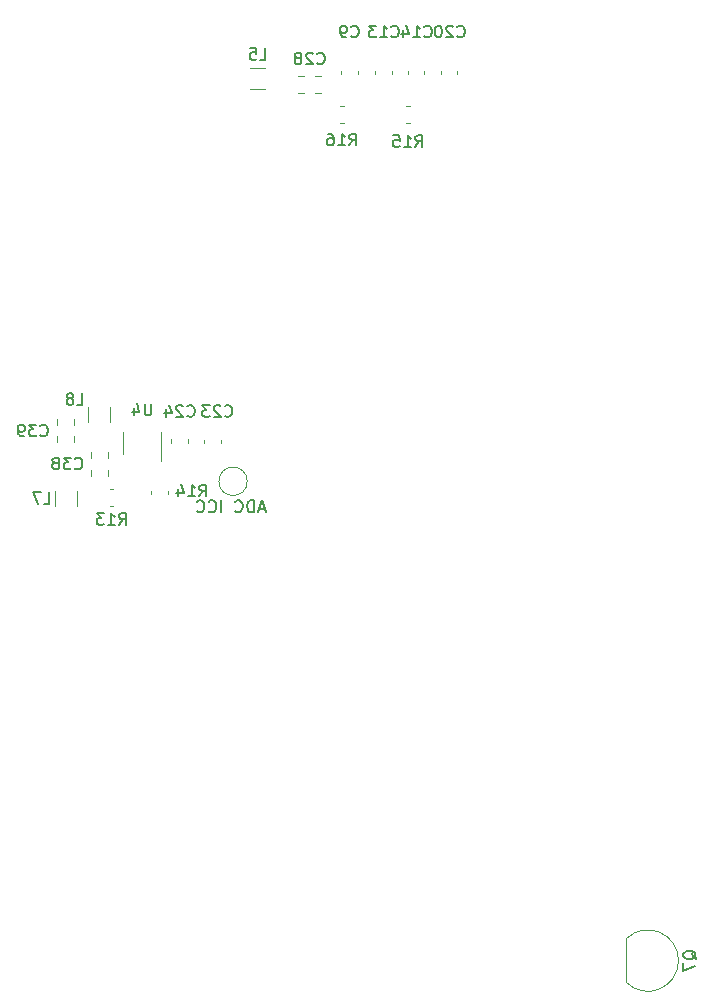
<source format=gbr>
G04 #@! TF.GenerationSoftware,KiCad,Pcbnew,(5.0.0-rc2-dev-378-g94dbcc719)*
G04 #@! TF.CreationDate,2018-04-09T20:17:52+02:00*
G04 #@! TF.ProjectId,sekvencer_v0.01,73656B76656E6365725F76302E30312E,rev?*
G04 #@! TF.SameCoordinates,Original*
G04 #@! TF.FileFunction,Legend,Bot*
G04 #@! TF.FilePolarity,Positive*
%FSLAX46Y46*%
G04 Gerber Fmt 4.6, Leading zero omitted, Abs format (unit mm)*
G04 Created by KiCad (PCBNEW (5.0.0-rc2-dev-378-g94dbcc719)) date 04/09/18 20:17:52*
%MOMM*%
%LPD*%
G01*
G04 APERTURE LIST*
%ADD10C,0.150000*%
%ADD11C,0.120000*%
G04 APERTURE END LIST*
D10*
X173291142Y-92305666D02*
X172814952Y-92305666D01*
X173386380Y-92591380D02*
X173053047Y-91591380D01*
X172719714Y-92591380D01*
X172386380Y-92591380D02*
X172386380Y-91591380D01*
X172148285Y-91591380D01*
X172005428Y-91639000D01*
X171910190Y-91734238D01*
X171862571Y-91829476D01*
X171814952Y-92019952D01*
X171814952Y-92162809D01*
X171862571Y-92353285D01*
X171910190Y-92448523D01*
X172005428Y-92543761D01*
X172148285Y-92591380D01*
X172386380Y-92591380D01*
X170814952Y-92496142D02*
X170862571Y-92543761D01*
X171005428Y-92591380D01*
X171100666Y-92591380D01*
X171243523Y-92543761D01*
X171338761Y-92448523D01*
X171386380Y-92353285D01*
X171434000Y-92162809D01*
X171434000Y-92019952D01*
X171386380Y-91829476D01*
X171338761Y-91734238D01*
X171243523Y-91639000D01*
X171100666Y-91591380D01*
X171005428Y-91591380D01*
X170862571Y-91639000D01*
X170814952Y-91686619D01*
X169624476Y-92591380D02*
X169624476Y-91591380D01*
X168576857Y-92496142D02*
X168624476Y-92543761D01*
X168767333Y-92591380D01*
X168862571Y-92591380D01*
X169005428Y-92543761D01*
X169100666Y-92448523D01*
X169148285Y-92353285D01*
X169195904Y-92162809D01*
X169195904Y-92019952D01*
X169148285Y-91829476D01*
X169100666Y-91734238D01*
X169005428Y-91639000D01*
X168862571Y-91591380D01*
X168767333Y-91591380D01*
X168624476Y-91639000D01*
X168576857Y-91686619D01*
X167576857Y-92496142D02*
X167624476Y-92543761D01*
X167767333Y-92591380D01*
X167862571Y-92591380D01*
X168005428Y-92543761D01*
X168100666Y-92448523D01*
X168148285Y-92353285D01*
X168195904Y-92162809D01*
X168195904Y-92019952D01*
X168148285Y-91829476D01*
X168100666Y-91734238D01*
X168005428Y-91639000D01*
X167862571Y-91591380D01*
X167767333Y-91591380D01*
X167624476Y-91639000D01*
X167576857Y-91686619D01*
D11*
X171824500Y-89979500D02*
G75*
G03X171824500Y-89979500I-1200000J0D01*
G01*
X158348000Y-83678000D02*
X158348000Y-84978000D01*
X160168000Y-83678000D02*
X160168000Y-84978000D01*
X158612840Y-89514680D02*
X158614040Y-89004900D01*
X160031500Y-89519000D02*
X160032700Y-89009220D01*
X160032700Y-87530940D02*
X160031500Y-88040720D01*
X158615380Y-87523320D02*
X158614180Y-88033100D01*
X157172660Y-84672320D02*
X157171460Y-85182100D01*
X155754000Y-84668000D02*
X155752800Y-85177780D01*
X155752800Y-86656060D02*
X155754000Y-86146280D01*
X157170120Y-86663680D02*
X157171320Y-86153900D01*
X176112320Y-55679340D02*
X176622100Y-55680540D01*
X176108000Y-57098000D02*
X176617780Y-57099200D01*
X178096060Y-57099200D02*
X177586280Y-57098000D01*
X178103680Y-55681880D02*
X177593900Y-55680680D01*
X165111500Y-91082000D02*
X165111500Y-90782000D01*
X163691500Y-91082000D02*
X163691500Y-90782000D01*
X164518420Y-85836044D02*
X164518420Y-88286044D01*
X161298420Y-87636044D02*
X161298420Y-85836044D01*
X157374000Y-92090000D02*
X157374000Y-90790000D01*
X155554000Y-92090000D02*
X155554000Y-90790000D01*
X203890000Y-132356000D02*
X203890000Y-128756000D01*
X203901522Y-132394478D02*
G75*
G03X208340000Y-130556000I1838478J1838478D01*
G01*
X203901522Y-128717522D02*
G75*
G02X208340000Y-130556000I1838478J-1838478D01*
G01*
X181189700Y-55522000D02*
X181189700Y-55222000D01*
X179769700Y-55522000D02*
X179769700Y-55222000D01*
X173370000Y-54970000D02*
X172070000Y-54970000D01*
X173370000Y-56790000D02*
X172070000Y-56790000D01*
X184098000Y-55522000D02*
X184098000Y-55222000D01*
X182678000Y-55522000D02*
X182678000Y-55222000D01*
X185408500Y-55522000D02*
X185408500Y-55222000D01*
X186828500Y-55522000D02*
X186828500Y-55222000D01*
X189622500Y-55522000D02*
X189622500Y-55222000D01*
X188202500Y-55522000D02*
X188202500Y-55222000D01*
X169620000Y-86464000D02*
X169620000Y-86764000D01*
X168200000Y-86464000D02*
X168200000Y-86764000D01*
X166826000Y-86393494D02*
X166826000Y-86693494D01*
X165406000Y-86393494D02*
X165406000Y-86693494D01*
X160187500Y-92086500D02*
X160487500Y-92086500D01*
X160187500Y-90666500D02*
X160487500Y-90666500D01*
X185570000Y-59638000D02*
X185270000Y-59638000D01*
X185570000Y-58218000D02*
X185270000Y-58218000D01*
X179982000Y-58218000D02*
X179682000Y-58218000D01*
X179982000Y-59638000D02*
X179682000Y-59638000D01*
D10*
X157392666Y-83510380D02*
X157868857Y-83510380D01*
X157868857Y-82510380D01*
X156916476Y-82938952D02*
X157011714Y-82891333D01*
X157059333Y-82843714D01*
X157106952Y-82748476D01*
X157106952Y-82700857D01*
X157059333Y-82605619D01*
X157011714Y-82558000D01*
X156916476Y-82510380D01*
X156726000Y-82510380D01*
X156630761Y-82558000D01*
X156583142Y-82605619D01*
X156535523Y-82700857D01*
X156535523Y-82748476D01*
X156583142Y-82843714D01*
X156630761Y-82891333D01*
X156726000Y-82938952D01*
X156916476Y-82938952D01*
X157011714Y-82986571D01*
X157059333Y-83034190D01*
X157106952Y-83129428D01*
X157106952Y-83319904D01*
X157059333Y-83415142D01*
X157011714Y-83462761D01*
X156916476Y-83510380D01*
X156726000Y-83510380D01*
X156630761Y-83462761D01*
X156583142Y-83415142D01*
X156535523Y-83319904D01*
X156535523Y-83129428D01*
X156583142Y-83034190D01*
X156630761Y-82986571D01*
X156726000Y-82938952D01*
X157233857Y-88876142D02*
X157281476Y-88923761D01*
X157424333Y-88971380D01*
X157519571Y-88971380D01*
X157662428Y-88923761D01*
X157757666Y-88828523D01*
X157805285Y-88733285D01*
X157852904Y-88542809D01*
X157852904Y-88399952D01*
X157805285Y-88209476D01*
X157757666Y-88114238D01*
X157662428Y-88019000D01*
X157519571Y-87971380D01*
X157424333Y-87971380D01*
X157281476Y-88019000D01*
X157233857Y-88066619D01*
X156900523Y-87971380D02*
X156281476Y-87971380D01*
X156614809Y-88352333D01*
X156471952Y-88352333D01*
X156376714Y-88399952D01*
X156329095Y-88447571D01*
X156281476Y-88542809D01*
X156281476Y-88780904D01*
X156329095Y-88876142D01*
X156376714Y-88923761D01*
X156471952Y-88971380D01*
X156757666Y-88971380D01*
X156852904Y-88923761D01*
X156900523Y-88876142D01*
X155710047Y-88399952D02*
X155805285Y-88352333D01*
X155852904Y-88304714D01*
X155900523Y-88209476D01*
X155900523Y-88161857D01*
X155852904Y-88066619D01*
X155805285Y-88019000D01*
X155710047Y-87971380D01*
X155519571Y-87971380D01*
X155424333Y-88019000D01*
X155376714Y-88066619D01*
X155329095Y-88161857D01*
X155329095Y-88209476D01*
X155376714Y-88304714D01*
X155424333Y-88352333D01*
X155519571Y-88399952D01*
X155710047Y-88399952D01*
X155805285Y-88447571D01*
X155852904Y-88495190D01*
X155900523Y-88590428D01*
X155900523Y-88780904D01*
X155852904Y-88876142D01*
X155805285Y-88923761D01*
X155710047Y-88971380D01*
X155519571Y-88971380D01*
X155424333Y-88923761D01*
X155376714Y-88876142D01*
X155329095Y-88780904D01*
X155329095Y-88590428D01*
X155376714Y-88495190D01*
X155424333Y-88447571D01*
X155519571Y-88399952D01*
X154312857Y-86082142D02*
X154360476Y-86129761D01*
X154503333Y-86177380D01*
X154598571Y-86177380D01*
X154741428Y-86129761D01*
X154836666Y-86034523D01*
X154884285Y-85939285D01*
X154931904Y-85748809D01*
X154931904Y-85605952D01*
X154884285Y-85415476D01*
X154836666Y-85320238D01*
X154741428Y-85225000D01*
X154598571Y-85177380D01*
X154503333Y-85177380D01*
X154360476Y-85225000D01*
X154312857Y-85272619D01*
X153979523Y-85177380D02*
X153360476Y-85177380D01*
X153693809Y-85558333D01*
X153550952Y-85558333D01*
X153455714Y-85605952D01*
X153408095Y-85653571D01*
X153360476Y-85748809D01*
X153360476Y-85986904D01*
X153408095Y-86082142D01*
X153455714Y-86129761D01*
X153550952Y-86177380D01*
X153836666Y-86177380D01*
X153931904Y-86129761D01*
X153979523Y-86082142D01*
X152884285Y-86177380D02*
X152693809Y-86177380D01*
X152598571Y-86129761D01*
X152550952Y-86082142D01*
X152455714Y-85939285D01*
X152408095Y-85748809D01*
X152408095Y-85367857D01*
X152455714Y-85272619D01*
X152503333Y-85225000D01*
X152598571Y-85177380D01*
X152789047Y-85177380D01*
X152884285Y-85225000D01*
X152931904Y-85272619D01*
X152979523Y-85367857D01*
X152979523Y-85605952D01*
X152931904Y-85701190D01*
X152884285Y-85748809D01*
X152789047Y-85796428D01*
X152598571Y-85796428D01*
X152503333Y-85748809D01*
X152455714Y-85701190D01*
X152408095Y-85605952D01*
X177750857Y-54586142D02*
X177798476Y-54633761D01*
X177941333Y-54681380D01*
X178036571Y-54681380D01*
X178179428Y-54633761D01*
X178274666Y-54538523D01*
X178322285Y-54443285D01*
X178369904Y-54252809D01*
X178369904Y-54109952D01*
X178322285Y-53919476D01*
X178274666Y-53824238D01*
X178179428Y-53729000D01*
X178036571Y-53681380D01*
X177941333Y-53681380D01*
X177798476Y-53729000D01*
X177750857Y-53776619D01*
X177369904Y-53776619D02*
X177322285Y-53729000D01*
X177227047Y-53681380D01*
X176988952Y-53681380D01*
X176893714Y-53729000D01*
X176846095Y-53776619D01*
X176798476Y-53871857D01*
X176798476Y-53967095D01*
X176846095Y-54109952D01*
X177417523Y-54681380D01*
X176798476Y-54681380D01*
X176227047Y-54109952D02*
X176322285Y-54062333D01*
X176369904Y-54014714D01*
X176417523Y-53919476D01*
X176417523Y-53871857D01*
X176369904Y-53776619D01*
X176322285Y-53729000D01*
X176227047Y-53681380D01*
X176036571Y-53681380D01*
X175941333Y-53729000D01*
X175893714Y-53776619D01*
X175846095Y-53871857D01*
X175846095Y-53919476D01*
X175893714Y-54014714D01*
X175941333Y-54062333D01*
X176036571Y-54109952D01*
X176227047Y-54109952D01*
X176322285Y-54157571D01*
X176369904Y-54205190D01*
X176417523Y-54300428D01*
X176417523Y-54490904D01*
X176369904Y-54586142D01*
X176322285Y-54633761D01*
X176227047Y-54681380D01*
X176036571Y-54681380D01*
X175941333Y-54633761D01*
X175893714Y-54586142D01*
X175846095Y-54490904D01*
X175846095Y-54300428D01*
X175893714Y-54205190D01*
X175941333Y-54157571D01*
X176036571Y-54109952D01*
X167774857Y-91257380D02*
X168108190Y-90781190D01*
X168346285Y-91257380D02*
X168346285Y-90257380D01*
X167965333Y-90257380D01*
X167870095Y-90305000D01*
X167822476Y-90352619D01*
X167774857Y-90447857D01*
X167774857Y-90590714D01*
X167822476Y-90685952D01*
X167870095Y-90733571D01*
X167965333Y-90781190D01*
X168346285Y-90781190D01*
X166822476Y-91257380D02*
X167393904Y-91257380D01*
X167108190Y-91257380D02*
X167108190Y-90257380D01*
X167203428Y-90400238D01*
X167298666Y-90495476D01*
X167393904Y-90543095D01*
X165965333Y-90590714D02*
X165965333Y-91257380D01*
X166203428Y-90209761D02*
X166441523Y-90924047D01*
X165822476Y-90924047D01*
X163702904Y-83399380D02*
X163702904Y-84208904D01*
X163655285Y-84304142D01*
X163607666Y-84351761D01*
X163512428Y-84399380D01*
X163321952Y-84399380D01*
X163226714Y-84351761D01*
X163179095Y-84304142D01*
X163131476Y-84208904D01*
X163131476Y-83399380D01*
X162226714Y-83732714D02*
X162226714Y-84399380D01*
X162464809Y-83351761D02*
X162702904Y-84066047D01*
X162083857Y-84066047D01*
X154598666Y-91892380D02*
X155074857Y-91892380D01*
X155074857Y-90892380D01*
X154360571Y-90892380D02*
X153693904Y-90892380D01*
X154122476Y-91892380D01*
X209847619Y-130460761D02*
X209800000Y-130365523D01*
X209704761Y-130270285D01*
X209561904Y-130127428D01*
X209514285Y-130032190D01*
X209514285Y-129936952D01*
X209752380Y-129984571D02*
X209704761Y-129889333D01*
X209609523Y-129794095D01*
X209419047Y-129746476D01*
X209085714Y-129746476D01*
X208895238Y-129794095D01*
X208800000Y-129889333D01*
X208752380Y-129984571D01*
X208752380Y-130175047D01*
X208800000Y-130270285D01*
X208895238Y-130365523D01*
X209085714Y-130413142D01*
X209419047Y-130413142D01*
X209609523Y-130365523D01*
X209704761Y-130270285D01*
X209752380Y-130175047D01*
X209752380Y-129984571D01*
X208752380Y-130746476D02*
X208752380Y-131413142D01*
X209752380Y-130984571D01*
X180633666Y-52300142D02*
X180681285Y-52347761D01*
X180824142Y-52395380D01*
X180919380Y-52395380D01*
X181062238Y-52347761D01*
X181157476Y-52252523D01*
X181205095Y-52157285D01*
X181252714Y-51966809D01*
X181252714Y-51823952D01*
X181205095Y-51633476D01*
X181157476Y-51538238D01*
X181062238Y-51443000D01*
X180919380Y-51395380D01*
X180824142Y-51395380D01*
X180681285Y-51443000D01*
X180633666Y-51490619D01*
X180157476Y-52395380D02*
X179967000Y-52395380D01*
X179871761Y-52347761D01*
X179824142Y-52300142D01*
X179728904Y-52157285D01*
X179681285Y-51966809D01*
X179681285Y-51585857D01*
X179728904Y-51490619D01*
X179776523Y-51443000D01*
X179871761Y-51395380D01*
X180062238Y-51395380D01*
X180157476Y-51443000D01*
X180205095Y-51490619D01*
X180252714Y-51585857D01*
X180252714Y-51823952D01*
X180205095Y-51919190D01*
X180157476Y-51966809D01*
X180062238Y-52014428D01*
X179871761Y-52014428D01*
X179776523Y-51966809D01*
X179728904Y-51919190D01*
X179681285Y-51823952D01*
X172886666Y-54282380D02*
X173362857Y-54282380D01*
X173362857Y-53282380D01*
X172077142Y-53282380D02*
X172553333Y-53282380D01*
X172600952Y-53758571D01*
X172553333Y-53710952D01*
X172458095Y-53663333D01*
X172220000Y-53663333D01*
X172124761Y-53710952D01*
X172077142Y-53758571D01*
X172029523Y-53853809D01*
X172029523Y-54091904D01*
X172077142Y-54187142D01*
X172124761Y-54234761D01*
X172220000Y-54282380D01*
X172458095Y-54282380D01*
X172553333Y-54234761D01*
X172600952Y-54187142D01*
X184030857Y-52300142D02*
X184078476Y-52347761D01*
X184221333Y-52395380D01*
X184316571Y-52395380D01*
X184459428Y-52347761D01*
X184554666Y-52252523D01*
X184602285Y-52157285D01*
X184649904Y-51966809D01*
X184649904Y-51823952D01*
X184602285Y-51633476D01*
X184554666Y-51538238D01*
X184459428Y-51443000D01*
X184316571Y-51395380D01*
X184221333Y-51395380D01*
X184078476Y-51443000D01*
X184030857Y-51490619D01*
X183078476Y-52395380D02*
X183649904Y-52395380D01*
X183364190Y-52395380D02*
X183364190Y-51395380D01*
X183459428Y-51538238D01*
X183554666Y-51633476D01*
X183649904Y-51681095D01*
X182745142Y-51395380D02*
X182126095Y-51395380D01*
X182459428Y-51776333D01*
X182316571Y-51776333D01*
X182221333Y-51823952D01*
X182173714Y-51871571D01*
X182126095Y-51966809D01*
X182126095Y-52204904D01*
X182173714Y-52300142D01*
X182221333Y-52347761D01*
X182316571Y-52395380D01*
X182602285Y-52395380D01*
X182697523Y-52347761D01*
X182745142Y-52300142D01*
X186824857Y-52300142D02*
X186872476Y-52347761D01*
X187015333Y-52395380D01*
X187110571Y-52395380D01*
X187253428Y-52347761D01*
X187348666Y-52252523D01*
X187396285Y-52157285D01*
X187443904Y-51966809D01*
X187443904Y-51823952D01*
X187396285Y-51633476D01*
X187348666Y-51538238D01*
X187253428Y-51443000D01*
X187110571Y-51395380D01*
X187015333Y-51395380D01*
X186872476Y-51443000D01*
X186824857Y-51490619D01*
X185872476Y-52395380D02*
X186443904Y-52395380D01*
X186158190Y-52395380D02*
X186158190Y-51395380D01*
X186253428Y-51538238D01*
X186348666Y-51633476D01*
X186443904Y-51681095D01*
X185015333Y-51728714D02*
X185015333Y-52395380D01*
X185253428Y-51347761D02*
X185491523Y-52062047D01*
X184872476Y-52062047D01*
X189618857Y-52300142D02*
X189666476Y-52347761D01*
X189809333Y-52395380D01*
X189904571Y-52395380D01*
X190047428Y-52347761D01*
X190142666Y-52252523D01*
X190190285Y-52157285D01*
X190237904Y-51966809D01*
X190237904Y-51823952D01*
X190190285Y-51633476D01*
X190142666Y-51538238D01*
X190047428Y-51443000D01*
X189904571Y-51395380D01*
X189809333Y-51395380D01*
X189666476Y-51443000D01*
X189618857Y-51490619D01*
X189237904Y-51490619D02*
X189190285Y-51443000D01*
X189095047Y-51395380D01*
X188856952Y-51395380D01*
X188761714Y-51443000D01*
X188714095Y-51490619D01*
X188666476Y-51585857D01*
X188666476Y-51681095D01*
X188714095Y-51823952D01*
X189285523Y-52395380D01*
X188666476Y-52395380D01*
X188047428Y-51395380D02*
X187952190Y-51395380D01*
X187856952Y-51443000D01*
X187809333Y-51490619D01*
X187761714Y-51585857D01*
X187714095Y-51776333D01*
X187714095Y-52014428D01*
X187761714Y-52204904D01*
X187809333Y-52300142D01*
X187856952Y-52347761D01*
X187952190Y-52395380D01*
X188047428Y-52395380D01*
X188142666Y-52347761D01*
X188190285Y-52300142D01*
X188237904Y-52204904D01*
X188285523Y-52014428D01*
X188285523Y-51776333D01*
X188237904Y-51585857D01*
X188190285Y-51490619D01*
X188142666Y-51443000D01*
X188047428Y-51395380D01*
X169933857Y-84431142D02*
X169981476Y-84478761D01*
X170124333Y-84526380D01*
X170219571Y-84526380D01*
X170362428Y-84478761D01*
X170457666Y-84383523D01*
X170505285Y-84288285D01*
X170552904Y-84097809D01*
X170552904Y-83954952D01*
X170505285Y-83764476D01*
X170457666Y-83669238D01*
X170362428Y-83574000D01*
X170219571Y-83526380D01*
X170124333Y-83526380D01*
X169981476Y-83574000D01*
X169933857Y-83621619D01*
X169552904Y-83621619D02*
X169505285Y-83574000D01*
X169410047Y-83526380D01*
X169171952Y-83526380D01*
X169076714Y-83574000D01*
X169029095Y-83621619D01*
X168981476Y-83716857D01*
X168981476Y-83812095D01*
X169029095Y-83954952D01*
X169600523Y-84526380D01*
X168981476Y-84526380D01*
X168648142Y-83526380D02*
X168029095Y-83526380D01*
X168362428Y-83907333D01*
X168219571Y-83907333D01*
X168124333Y-83954952D01*
X168076714Y-84002571D01*
X168029095Y-84097809D01*
X168029095Y-84335904D01*
X168076714Y-84431142D01*
X168124333Y-84478761D01*
X168219571Y-84526380D01*
X168505285Y-84526380D01*
X168600523Y-84478761D01*
X168648142Y-84431142D01*
X166758857Y-84431142D02*
X166806476Y-84478761D01*
X166949333Y-84526380D01*
X167044571Y-84526380D01*
X167187428Y-84478761D01*
X167282666Y-84383523D01*
X167330285Y-84288285D01*
X167377904Y-84097809D01*
X167377904Y-83954952D01*
X167330285Y-83764476D01*
X167282666Y-83669238D01*
X167187428Y-83574000D01*
X167044571Y-83526380D01*
X166949333Y-83526380D01*
X166806476Y-83574000D01*
X166758857Y-83621619D01*
X166377904Y-83621619D02*
X166330285Y-83574000D01*
X166235047Y-83526380D01*
X165996952Y-83526380D01*
X165901714Y-83574000D01*
X165854095Y-83621619D01*
X165806476Y-83716857D01*
X165806476Y-83812095D01*
X165854095Y-83954952D01*
X166425523Y-84526380D01*
X165806476Y-84526380D01*
X164949333Y-83859714D02*
X164949333Y-84526380D01*
X165187428Y-83478761D02*
X165425523Y-84193047D01*
X164806476Y-84193047D01*
X160980357Y-93678880D02*
X161313690Y-93202690D01*
X161551785Y-93678880D02*
X161551785Y-92678880D01*
X161170833Y-92678880D01*
X161075595Y-92726500D01*
X161027976Y-92774119D01*
X160980357Y-92869357D01*
X160980357Y-93012214D01*
X161027976Y-93107452D01*
X161075595Y-93155071D01*
X161170833Y-93202690D01*
X161551785Y-93202690D01*
X160027976Y-93678880D02*
X160599404Y-93678880D01*
X160313690Y-93678880D02*
X160313690Y-92678880D01*
X160408928Y-92821738D01*
X160504166Y-92916976D01*
X160599404Y-92964595D01*
X159694642Y-92678880D02*
X159075595Y-92678880D01*
X159408928Y-93059833D01*
X159266071Y-93059833D01*
X159170833Y-93107452D01*
X159123214Y-93155071D01*
X159075595Y-93250309D01*
X159075595Y-93488404D01*
X159123214Y-93583642D01*
X159170833Y-93631261D01*
X159266071Y-93678880D01*
X159551785Y-93678880D01*
X159647023Y-93631261D01*
X159694642Y-93583642D01*
X186062857Y-61666380D02*
X186396190Y-61190190D01*
X186634285Y-61666380D02*
X186634285Y-60666380D01*
X186253333Y-60666380D01*
X186158095Y-60714000D01*
X186110476Y-60761619D01*
X186062857Y-60856857D01*
X186062857Y-60999714D01*
X186110476Y-61094952D01*
X186158095Y-61142571D01*
X186253333Y-61190190D01*
X186634285Y-61190190D01*
X185110476Y-61666380D02*
X185681904Y-61666380D01*
X185396190Y-61666380D02*
X185396190Y-60666380D01*
X185491428Y-60809238D01*
X185586666Y-60904476D01*
X185681904Y-60952095D01*
X184205714Y-60666380D02*
X184681904Y-60666380D01*
X184729523Y-61142571D01*
X184681904Y-61094952D01*
X184586666Y-61047333D01*
X184348571Y-61047333D01*
X184253333Y-61094952D01*
X184205714Y-61142571D01*
X184158095Y-61237809D01*
X184158095Y-61475904D01*
X184205714Y-61571142D01*
X184253333Y-61618761D01*
X184348571Y-61666380D01*
X184586666Y-61666380D01*
X184681904Y-61618761D01*
X184729523Y-61571142D01*
X180474857Y-61539380D02*
X180808190Y-61063190D01*
X181046285Y-61539380D02*
X181046285Y-60539380D01*
X180665333Y-60539380D01*
X180570095Y-60587000D01*
X180522476Y-60634619D01*
X180474857Y-60729857D01*
X180474857Y-60872714D01*
X180522476Y-60967952D01*
X180570095Y-61015571D01*
X180665333Y-61063190D01*
X181046285Y-61063190D01*
X179522476Y-61539380D02*
X180093904Y-61539380D01*
X179808190Y-61539380D02*
X179808190Y-60539380D01*
X179903428Y-60682238D01*
X179998666Y-60777476D01*
X180093904Y-60825095D01*
X178665333Y-60539380D02*
X178855809Y-60539380D01*
X178951047Y-60587000D01*
X178998666Y-60634619D01*
X179093904Y-60777476D01*
X179141523Y-60967952D01*
X179141523Y-61348904D01*
X179093904Y-61444142D01*
X179046285Y-61491761D01*
X178951047Y-61539380D01*
X178760571Y-61539380D01*
X178665333Y-61491761D01*
X178617714Y-61444142D01*
X178570095Y-61348904D01*
X178570095Y-61110809D01*
X178617714Y-61015571D01*
X178665333Y-60967952D01*
X178760571Y-60920333D01*
X178951047Y-60920333D01*
X179046285Y-60967952D01*
X179093904Y-61015571D01*
X179141523Y-61110809D01*
M02*

</source>
